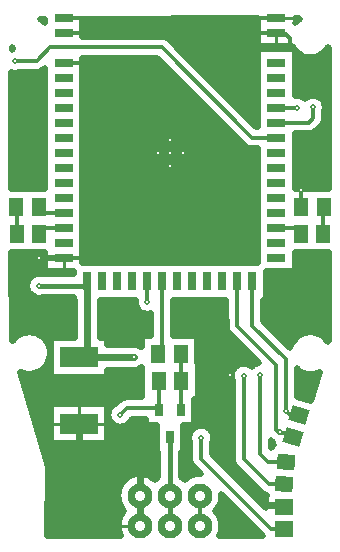
<source format=gbr>
G04 DipTrace 3.2.0.1*
G04 Âåðõíèé.gbr*
%MOMM*%
G04 #@! TF.FileFunction,Copper,L1,Top*
G04 #@! TF.Part,Single*
%AMOUTLINE3*
4,1,4,
0.52847,-0.84007,
-0.90667,-0.4037,
-0.52847,0.84007,
0.90667,0.4037,
0.52847,-0.84007,
0*%
%AMOUTLINE6*
4,1,4,
0.69643,-0.7071,
-0.7989,-0.58883,
-0.69643,0.7071,
0.7989,0.58883,
0.69643,-0.7071,
0*%
%AMOUTLINE9*
4,1,4,
0.75013,-0.64983,
-0.7499,-0.65013,
-0.75013,0.64983,
0.7499,0.65013,
0.75013,-0.64983,
0*%
%ADD15C,0.3*%
%ADD19C,0.2*%
%ADD31C,0.9*%
G04 #@! TA.AperFunction,CopperBalancing*
%ADD10C,0.25*%
G04 #@! TA.AperFunction,ViaPad*
%ADD16C,0.6*%
G04 #@! TA.AperFunction,CopperBalancing*
%ADD17C,0.5*%
G04 #@! TA.AperFunction,Conductor*
%ADD18C,0.4*%
%ADD20R,3.2X1.8*%
%ADD21R,1.3X1.5*%
%ADD23R,0.65X1.05*%
%ADD25R,0.75X1.6*%
%ADD26R,1.6X0.75*%
G04 #@! TA.AperFunction,ComponentPad*
%ADD27C,2.1*%
%ADD57OUTLINE3*%
%ADD60OUTLINE6*%
%ADD63OUTLINE9*%
%FSLAX35Y35*%
G04*
G71*
G90*
G75*
G01*
G04 Top*
%LPD*%
X-900000Y-626500D2*
D15*
X-1049977D1*
X-1107477Y-684000D1*
X-900000Y-499500D2*
X-1061493D1*
X-1111983Y-449010D1*
X-1297477Y-684000D2*
Y-449010D1*
X-1301983D1*
X900000Y-626500D2*
X1050000D1*
X1107500Y-684000D1*
X1297500D2*
Y-449000D1*
X1302000D1*
X1108917Y-312217D2*
Y-445917D1*
X1112000Y-449000D1*
X1108917Y-312217D2*
X1329763Y-91370D1*
Y658587D1*
X1174537Y813813D1*
X1108430D1*
X1016897Y905347D1*
Y976407D1*
X968803Y1024500D1*
X900000D1*
X-900000Y1151500D2*
X2277D1*
X900000D1*
X-900000Y1024500D2*
X2277D1*
X900000D1*
X2277Y1151500D2*
Y1024500D1*
X-254000Y-3150000D2*
D16*
Y-2715285D1*
X-291887Y-2677398D1*
X-530620D1*
X-767500Y-2440517D1*
Y-2286697D1*
X-900000Y-880500D2*
D15*
Y-888910D1*
D17*
X-1106547D1*
Y-884310D1*
X-900000Y-880500D2*
D15*
X-737673D1*
X-566313Y-709140D1*
Y730233D1*
X-606580Y770500D1*
X-900000D1*
X506357Y-1878090D2*
Y-2644507D1*
X832827Y-2970977D1*
X943737D1*
X963533Y-2990773D1*
X-418780Y-2210937D2*
X-363953Y-2156110D1*
X-109427D1*
X-95177Y-2170360D1*
Y-1924177D1*
X-94610Y-1923610D1*
X-698500Y-1080000D2*
D16*
Y-1322557D1*
Y-1726230D1*
X-304650D1*
Y-1725780D1*
X-1107593Y-1119303D2*
D18*
X-707320D1*
D15*
Y-1080000D1*
X-698500D1*
Y-1322557D2*
X-692600D1*
Y-1651797D1*
X-767500Y-1726697D1*
X264207Y-2405507D2*
Y-2585213D1*
X854357Y-3175363D1*
X958163D1*
X963573Y-3180773D1*
X-177Y-2400360D2*
D18*
Y-3150000D1*
X0D1*
X-189413Y-1257187D2*
D15*
Y-1081087D1*
X-190500Y-1080000D1*
X254000Y-2896000D2*
Y-3150000D1*
X95390Y-1923610D2*
Y-2169793D1*
X94823Y-2170360D1*
X92127Y-1693497D2*
Y-1920347D1*
X95390Y-1923610D1*
X698500Y-1080000D2*
Y-1458283D1*
X980800Y-1740583D1*
Y-2175827D1*
X985553Y-2180580D1*
X1019760Y-2214787D1*
X1094277D1*
X979887Y-2180580D2*
X985553D1*
X571500Y-1080000D2*
Y-1460853D1*
X899277Y-1788630D1*
Y-2338060D1*
X927713Y-2366497D1*
X1008927D1*
X1039003Y-2396573D1*
X929383Y-2360080D2*
X907363Y-2338060D1*
X899277D1*
X624897Y-1880660D2*
Y-2589183D1*
X837027Y-2801313D1*
X969700D1*
X900000Y389500D2*
X1073257D1*
Y389020D1*
X762763Y-1876577D2*
Y-2541490D1*
X829047Y-2607773D1*
X984680D1*
Y-2611900D1*
X900000Y262500D2*
X1178130D1*
X1214700Y299070D1*
Y387453D1*
X1212133Y390020D1*
X-63500Y-1080000D2*
Y-1659123D1*
X-97873Y-1693497D1*
X-1308273Y783380D2*
X-1126910D1*
X-1012537Y897753D1*
X-69533D1*
X693140Y135080D1*
X899580D1*
X900000Y135500D1*
D17*
X-1308273Y783380D3*
X1212133Y390020D3*
X1073257Y389020D3*
X1108917Y-312217D3*
X-1106547Y-884310D3*
X-1107593Y-1119303D3*
X-189413Y-1257187D3*
X-304650Y-1725780D3*
X762763Y-1876577D3*
X506357Y-1878090D3*
X624897Y-1880660D3*
X979887Y-2180580D3*
X-418780Y-2210937D3*
X929383Y-2360080D3*
X264207Y-2405507D3*
D16*
X570Y3092D3*
X-103481D3*
X112054Y5569D3*
X3048Y-108392D3*
Y117053D3*
X-738004Y1094353D2*
D17*
X738038D1*
X-738004Y1044686D2*
X738038D1*
X-738004Y995019D2*
X738038D1*
X17960Y945353D2*
X738038D1*
X67634Y895686D2*
X1037179D1*
X117309Y846019D2*
X738038D1*
X1062035D2*
X1084939D1*
X1295095D2*
X1340512D1*
X-738004Y796353D2*
X-103238D1*
X166983D2*
X738038D1*
X1062035D2*
X1340421D1*
X-738004Y746686D2*
X-53563D1*
X216658D2*
X738038D1*
X1062035D2*
X1340421D1*
X-1090191Y697019D2*
X-1062001D1*
X-738004D2*
X-3889D1*
X266332D2*
X738038D1*
X1062035D2*
X1340421D1*
X-1339384Y647353D2*
X-1062001D1*
X-738004D2*
X45785D1*
X316007D2*
X738038D1*
X1062035D2*
X1340330D1*
X-1339293Y597686D2*
X-1062001D1*
X-738004D2*
X95460D1*
X365681D2*
X738038D1*
X1062035D2*
X1340330D1*
X-1339201Y548019D2*
X-1062001D1*
X-738004D2*
X145134D1*
X415265D2*
X738038D1*
X1062035D2*
X1340330D1*
X-1339110Y498353D2*
X-1062001D1*
X-738004D2*
X194718D1*
X464939D2*
X738038D1*
X1062035D2*
X1340239D1*
X-1339019Y448686D2*
X-1062001D1*
X-738004D2*
X244392D1*
X514614D2*
X738038D1*
X1300564D2*
X1340239D1*
X-1338928Y399019D2*
X-1062001D1*
X-738004D2*
X294067D1*
X564288D2*
X738038D1*
X1318702D2*
X1340147D1*
X-1338746Y349353D2*
X-1062001D1*
X-738004D2*
X343741D1*
X613963D2*
X738038D1*
X1311684D2*
X1340147D1*
X-1338655Y299686D2*
X-1062001D1*
X-738004D2*
X393416D1*
X663637D2*
X738038D1*
X1311684D2*
X1340147D1*
X-1338563Y250019D2*
X-1062001D1*
X-738004D2*
X443090D1*
X713312D2*
X738038D1*
X1297556D2*
X1340056D1*
X-1338472Y200353D2*
X-1062001D1*
X-738004D2*
X492765D1*
X1251072D2*
X1340056D1*
X-1338381Y150686D2*
X-1062001D1*
X-738004D2*
X542439D1*
X1062035D2*
X1340056D1*
X-1338290Y101019D2*
X-1062001D1*
X-738004D2*
X592114D1*
X1062035D2*
X1339965D1*
X-1338199Y51353D2*
X-1062001D1*
X-738004D2*
X649991D1*
X1062035D2*
X1339965D1*
X-1338017Y1686D2*
X-1062001D1*
X-738004D2*
X738038D1*
X1062035D2*
X1339874D1*
X-1337925Y-47981D2*
X-1062001D1*
X-738004D2*
X738038D1*
X1062035D2*
X1339874D1*
X-1337834Y-97647D2*
X-1062001D1*
X-738004D2*
X738038D1*
X1062035D2*
X1339874D1*
X-1337743Y-147314D2*
X-1062001D1*
X-738004D2*
X738038D1*
X1062035D2*
X1339783D1*
X-1337652Y-196981D2*
X-1062001D1*
X-738004D2*
X738038D1*
X1062035D2*
X1339783D1*
X-1337561Y-246647D2*
X-1062001D1*
X-738004D2*
X738038D1*
X1062035D2*
X1339783D1*
X-1337470Y-296314D2*
X-1062001D1*
X-738004D2*
X738038D1*
X1062035D2*
X1339692D1*
X-738004Y-345981D2*
X738038D1*
X-738004Y-395647D2*
X738038D1*
X-738004Y-445314D2*
X738038D1*
X-738004Y-494981D2*
X738038D1*
X-738004Y-544647D2*
X738038D1*
X-738004Y-594314D2*
X738038D1*
X-738004Y-643981D2*
X738038D1*
X-738004Y-693647D2*
X738038D1*
X-738004Y-743314D2*
X738038D1*
X-738004Y-792981D2*
X738038D1*
X-1336285Y-842647D2*
X-1062001D1*
X-738004D2*
X738038D1*
X1062035D2*
X1339327D1*
X-1336194Y-892314D2*
X-1062001D1*
X-738004D2*
X738038D1*
X1062035D2*
X1339327D1*
X-1336103Y-941981D2*
X-1062001D1*
X1062035D2*
X1339236D1*
X-1336011Y-991647D2*
X-1062001D1*
X1062035D2*
X1339236D1*
X-1335829Y-1041314D2*
X-1178303D1*
X818038D2*
X1339236D1*
X-1335738Y-1090981D2*
X-1210569D1*
X818038D2*
X1339145D1*
X-1335647Y-1140647D2*
X-1212300D1*
X818038D2*
X1339145D1*
X-1335556Y-1190314D2*
X-1185777D1*
X818038D2*
X1339145D1*
X-1335465Y-1239981D2*
X-810530D1*
X-586519D2*
X-294918D1*
X33455D2*
X474535D1*
X795525D2*
X1339054D1*
X-1335373Y-1289647D2*
X-810530D1*
X-586519D2*
X-291090D1*
X33455D2*
X474535D1*
X795525D2*
X1339054D1*
X-1335282Y-1339314D2*
X-810530D1*
X-586519D2*
X-254905D1*
X33455D2*
X474535D1*
X795525D2*
X1338963D1*
X-1335100Y-1388981D2*
X-810530D1*
X-586519D2*
X-160478D1*
X33455D2*
X474535D1*
X795525D2*
X1338963D1*
X-1335009Y-1438647D2*
X-810530D1*
X-586519D2*
X-160478D1*
X33455D2*
X474535D1*
X813937D2*
X1338963D1*
X-1334918Y-1488314D2*
X-810530D1*
X-586519D2*
X-160478D1*
X33455D2*
X478728D1*
X863611D2*
X1338871D1*
X-1334826Y-1537981D2*
X-1282392D1*
X-1097665D2*
X-810530D1*
X-586519D2*
X-160478D1*
X33455D2*
X513546D1*
X913285D2*
X1097608D1*
X1282335D2*
X1338871D1*
X-1042613Y-1587647D2*
X-1009501D1*
X-525543D2*
X-244879D1*
X239171D2*
X563220D1*
X962960D2*
X1042647D1*
X239171Y-1637314D2*
X612895D1*
X239171Y-1686981D2*
X662478D1*
X239171Y-1736647D2*
X712153D1*
X-1038511Y-1786314D2*
X-1009501D1*
X242361D2*
X581176D1*
X668650D2*
X710239D1*
X-1087912Y-1835981D2*
X-1009501D1*
X-525543D2*
X-244879D1*
X242361D2*
X528220D1*
X-1251701Y-1885647D2*
X-1009501D1*
X-525543D2*
X-241597D1*
X242361D2*
X518012D1*
X1077804D2*
X1251554D1*
X-1237209Y-1935314D2*
X-241597D1*
X242361D2*
X527856D1*
X1077804D2*
X1237153D1*
X-1222717Y-1984981D2*
X-241597D1*
X242361D2*
X527856D1*
X1077804D2*
X1222752D1*
X-1208225Y-2034647D2*
X-241597D1*
X242361D2*
X527856D1*
X1077804D2*
X1208351D1*
X-1193733Y-2084314D2*
X-426441D1*
X209366D2*
X527856D1*
X1158285D2*
X1193950D1*
X-1179332Y-2133981D2*
X-1009501D1*
X-525543D2*
X-490699D1*
X209366D2*
X527856D1*
X-1164931Y-2183647D2*
X-1009501D1*
X209366D2*
X527856D1*
X-1150621Y-2233314D2*
X-1009501D1*
X209366D2*
X527856D1*
X-1136220Y-2282981D2*
X-1009501D1*
X-525543D2*
X-495985D1*
X-341610D2*
X-209696D1*
X209366D2*
X527856D1*
X-1121910Y-2332647D2*
X-1009501D1*
X-525543D2*
X-114631D1*
X114301D2*
X187791D1*
X340616D2*
X527856D1*
X-1107509Y-2382314D2*
X-1009501D1*
X-525543D2*
X-114631D1*
X114301D2*
X159900D1*
X368507D2*
X527856D1*
X-1093199Y-2431981D2*
X-1009501D1*
X-525543D2*
X-114631D1*
X114301D2*
X160720D1*
X367687D2*
X527856D1*
X-1078798Y-2481647D2*
X-114631D1*
X114301D2*
X167192D1*
X361215D2*
X527856D1*
X-1064397Y-2531314D2*
X-102144D1*
X101814D2*
X167192D1*
X361215D2*
X527856D1*
X-1050087Y-2580981D2*
X-102144D1*
X101814D2*
X167192D1*
X395121D2*
X527856D1*
X-1035686Y-2630647D2*
X-102144D1*
X101814D2*
X179223D1*
X444705D2*
X537791D1*
X-1030399Y-2680314D2*
X-102144D1*
X101814D2*
X224158D1*
X494379D2*
X580903D1*
X-1030764Y-2729981D2*
X-333563D1*
X-174449D2*
X-102144D1*
X101814D2*
X174392D1*
X544054D2*
X630577D1*
X-1031220Y-2779647D2*
X-398915D1*
X593728D2*
X680252D1*
X-1031584Y-2829314D2*
X-428355D1*
X643403D2*
X729926D1*
X-1032040Y-2878981D2*
X-440204D1*
X693077D2*
X782700D1*
X-1032405Y-2928647D2*
X-438017D1*
X438051D2*
X472530D1*
X742752D2*
X806489D1*
X-1032860Y-2978314D2*
X-421337D1*
X421280D2*
X522205D1*
X-1033316Y-3027981D2*
X-393993D1*
X394028D2*
X571879D1*
X-1033681Y-3077647D2*
X-425985D1*
X426020D2*
X621554D1*
X-1034136Y-3127314D2*
X-439566D1*
X439601D2*
X671228D1*
X-1034501Y-3176981D2*
X-439019D1*
X438963D2*
X720903D1*
X-1034957Y-3226647D2*
X-424071D1*
X424106D2*
X770577D1*
X-1328951Y883267D2*
X-1338929Y897539D1*
X-1339793Y880388D1*
X-1329047Y883166D1*
X-1096555Y1138271D2*
X-1076130Y1123325D1*
X-1057004Y1104225D1*
X-1057000Y1138393D1*
X-1096451Y1138293D1*
X-1015207Y-1703756D2*
X-1019511Y-1730931D1*
X-1028013Y-1757097D1*
X-1040504Y-1781611D1*
X-1056675Y-1803870D1*
X-1076130Y-1823325D1*
X-1098389Y-1839496D1*
X-1122903Y-1851987D1*
X-1149069Y-1860489D1*
X-1176244Y-1864793D1*
X-1203756D1*
X-1230931Y-1860489D1*
X-1257097Y-1851987D1*
X-1267988Y-1846966D1*
X-1092903Y-2450153D1*
X-1035199Y-2651758D1*
X-1040004Y-3234572D1*
X-414668Y-3235638D1*
X-423528Y-3216215D1*
X-429416Y-3198510D1*
X-433461Y-3180295D1*
X-435620Y-3161762D1*
X-435869Y-3143105D1*
X-434208Y-3124521D1*
X-430652Y-3106204D1*
X-425240Y-3088348D1*
X-418027Y-3071139D1*
X-409091Y-3054760D1*
X-398525Y-3039382D1*
X-384349Y-3023004D1*
X-401241Y-3002977D1*
X-416163Y-2978626D1*
X-427092Y-2952241D1*
X-433759Y-2924471D1*
X-436000Y-2896000D1*
X-433759Y-2867529D1*
X-427092Y-2839759D1*
X-416163Y-2813374D1*
X-401241Y-2789023D1*
X-382693Y-2767307D1*
X-360977Y-2748759D1*
X-336626Y-2733837D1*
X-310241Y-2722908D1*
X-282471Y-2716241D1*
X-254000Y-2714000D1*
X-225529Y-2716241D1*
X-197759Y-2722908D1*
X-171374Y-2733837D1*
X-147023Y-2748759D1*
X-127069Y-2765677D1*
X-106977Y-2748759D1*
X-97183Y-2742215D1*
X-97177Y-2529935D1*
X-109676Y-2529860D1*
Y-2299899D1*
X-204677Y-2299860D1*
Y-2248180D1*
X-323711Y-2248110D1*
X-331811Y-2264232D1*
X-341219Y-2277180D1*
X-352536Y-2288498D1*
X-365485Y-2297906D1*
X-379746Y-2305172D1*
X-394969Y-2310118D1*
X-410777Y-2312622D1*
X-426783D1*
X-442591Y-2310118D1*
X-457814Y-2305172D1*
X-472075Y-2297906D1*
X-485024Y-2288498D1*
X-496341Y-2277180D1*
X-505749Y-2264232D1*
X-513016Y-2249970D1*
X-517962Y-2234748D1*
X-520466Y-2218939D1*
Y-2202934D1*
X-517962Y-2187125D1*
X-513016Y-2171903D1*
X-505749Y-2157642D1*
X-496341Y-2144693D1*
X-485024Y-2133375D1*
X-472075Y-2123967D1*
X-457814Y-2116701D1*
X-452795Y-2114849D1*
X-423703Y-2086153D1*
X-412023Y-2077667D1*
X-399160Y-2071113D1*
X-385430Y-2066652D1*
X-371172Y-2064393D1*
X-236623Y-2064110D1*
X-236609Y-1845467D1*
X-239873Y-1845497D1*
Y-1811318D1*
X-248743Y-1817463D1*
X-263703Y-1825085D1*
X-279671Y-1830274D1*
X-296255Y-1832900D1*
X-397983Y-1833230D1*
X-530418D1*
X-530500Y-1893697D1*
X-1004500D1*
Y-1559697D1*
X-805528D1*
X-805500Y-1236971D1*
X-812999Y-1237001D1*
Y-1216311D1*
X-1076074D1*
X-1091637Y-1220048D1*
X-1107593Y-1221303D1*
X-1123550Y-1220048D1*
X-1139113Y-1216311D1*
X-1153900Y-1210186D1*
X-1167547Y-1201823D1*
X-1179718Y-1191428D1*
X-1190113Y-1179257D1*
X-1198476Y-1165610D1*
X-1204601Y-1150823D1*
X-1208338Y-1135260D1*
X-1209593Y-1119303D1*
X-1208338Y-1103347D1*
X-1204601Y-1087784D1*
X-1198476Y-1072996D1*
X-1190113Y-1059349D1*
X-1179718Y-1047178D1*
X-1167547Y-1036784D1*
X-1153900Y-1028421D1*
X-1139113Y-1022296D1*
X-1123550Y-1018559D1*
X-1107593Y-1017303D1*
X-1091637Y-1018559D1*
X-1076044Y-1022306D1*
X-812919Y-1022303D1*
X-813000Y-995000D1*
X-1057000D1*
Y-835987D1*
X-1341323Y-836000D1*
X-1339724Y-1583849D1*
X-1331848Y-1586942D1*
X-1313979Y-1566021D1*
X-1293058Y-1548152D1*
X-1269600Y-1533777D1*
X-1244181Y-1523248D1*
X-1217428Y-1516825D1*
X-1190000Y-1514667D1*
X-1162572Y-1516825D1*
X-1135819Y-1523248D1*
X-1110400Y-1533777D1*
X-1086942Y-1548152D1*
X-1066021Y-1566021D1*
X-1048152Y-1586942D1*
X-1033777Y-1610400D1*
X-1023248Y-1635819D1*
X-1016825Y-1662572D1*
X-1014667Y-1690000D1*
X-1015207Y-1703756D1*
X1267793Y-1847056D2*
X1244181Y-1856752D1*
X1217428Y-1863175D1*
X1190000Y-1865333D1*
X1162572Y-1863175D1*
X1135819Y-1856752D1*
X1110400Y-1846223D1*
X1086942Y-1831848D1*
X1072773Y-1820222D1*
X1072800Y-2059867D1*
X1195246Y-2097068D1*
X1267716Y-1847237D1*
X1019501Y-1649122D2*
X1028013Y-1622903D1*
X1040504Y-1598389D1*
X1056675Y-1576130D1*
X1076130Y-1556675D1*
X1098389Y-1540504D1*
X1122903Y-1528013D1*
X1149069Y-1519511D1*
X1176244Y-1515207D1*
X1203756D1*
X1230931Y-1519511D1*
X1257097Y-1528013D1*
X1281611Y-1540504D1*
X1303870Y-1556675D1*
X1323325Y-1576130D1*
X1339496Y-1598389D1*
X1343861Y-1541828D1*
X1344342Y-836086D1*
X1057092Y-836000D1*
X1057000Y-995000D1*
X813003D1*
X813000Y-1237000D1*
X790487D1*
X790500Y-1420247D1*
X1019484Y-1649160D1*
X204323Y-2075587D2*
Y-2299860D1*
X109258D1*
X109324Y-2529860D1*
X96837D1*
X96823Y-2741883D1*
X118200Y-2757606D1*
X126931Y-2765677D1*
X147023Y-2748759D1*
X171374Y-2733837D1*
X197759Y-2722908D1*
X225529Y-2716241D1*
X254000Y-2714000D1*
X263204Y-2714362D1*
X194249Y-2644963D1*
X185763Y-2633283D1*
X179209Y-2620420D1*
X174748Y-2606690D1*
X172490Y-2592432D1*
X172206Y-2449497D1*
X167199Y-2437026D1*
X163462Y-2421463D1*
X162207Y-2405507D1*
X163462Y-2389550D1*
X167199Y-2373987D1*
X173324Y-2359200D1*
X181687Y-2345553D1*
X192082Y-2333382D1*
X204253Y-2322987D1*
X217900Y-2314624D1*
X232687Y-2308499D1*
X248250Y-2304762D1*
X264207Y-2303507D1*
X280163Y-2304762D1*
X295726Y-2308499D1*
X310514Y-2314624D1*
X324161Y-2322987D1*
X336332Y-2333382D1*
X346726Y-2345553D1*
X355089Y-2359200D1*
X361214Y-2373987D1*
X364951Y-2389550D1*
X366207Y-2405507D1*
X364951Y-2421463D1*
X361214Y-2437026D1*
X356203Y-2449399D1*
X356207Y-2547056D1*
X811539Y-3002437D1*
X811684Y-2920761D1*
X813860Y-2906950D1*
X818505Y-2893745D1*
X815550Y-2890771D1*
X801820Y-2886310D1*
X788957Y-2879756D1*
X777277Y-2871271D1*
X689477Y-2783871D1*
X554939Y-2648933D1*
X546454Y-2637253D1*
X539900Y-2624390D1*
X535439Y-2610660D1*
X533180Y-2596402D1*
X532897Y-2472517D1*
Y-1924639D1*
X527889Y-1912180D1*
X524152Y-1896616D1*
X522897Y-1880660D1*
X524152Y-1864704D1*
X527889Y-1849140D1*
X534014Y-1834353D1*
X542377Y-1820706D1*
X552772Y-1808535D1*
X564943Y-1798140D1*
X578590Y-1789777D1*
X593377Y-1783652D1*
X608940Y-1779916D1*
X624897Y-1778660D1*
X640853Y-1779916D1*
X656416Y-1783652D1*
X671204Y-1789777D1*
X684851Y-1798140D1*
X691577Y-1803502D1*
X702809Y-1794057D1*
X716456Y-1785694D1*
X731244Y-1779569D1*
X746807Y-1775832D1*
X755417Y-1774865D1*
X501542Y-1520603D1*
X493057Y-1508923D1*
X486503Y-1496060D1*
X482042Y-1482330D1*
X479783Y-1468072D1*
X479500Y-1344187D1*
Y-1237090D1*
X330000Y-1236909D1*
X28430Y-1237001D1*
X28500Y-1541471D1*
X234127Y-1541497D1*
Y-1771640D1*
X237391Y-1771611D1*
Y-2075611D1*
X204305D1*
X-1342355Y-297010D2*
X-1057017D1*
X-1056908Y-4000D1*
X-1056999Y376999D1*
Y723231D1*
X-1067161Y713422D1*
X-1078840Y704937D1*
X-1091703Y698383D1*
X-1105433Y693922D1*
X-1119692Y691663D1*
X-1243577Y691380D1*
X-1264267D1*
X-1276754Y686372D1*
X-1292317Y682636D1*
X-1308273Y681380D1*
X-1324230Y682636D1*
X-1339793Y686372D1*
X-1344460Y688094D1*
X-1342423Y-296937D1*
X-591518Y-1559697D2*
X-530500D1*
Y-1619215D1*
X-296255Y-1619560D1*
X-279671Y-1622186D1*
X-263703Y-1627375D1*
X-248743Y-1634997D1*
X-241731Y-1639685D1*
X-239873Y-1635497D1*
Y-1541497D1*
X-155563D1*
X-155500Y-1353329D1*
X-173457Y-1357931D1*
X-189413Y-1359187D1*
X-205370Y-1357931D1*
X-220933Y-1354194D1*
X-235720Y-1348069D1*
X-249367Y-1339706D1*
X-261538Y-1329312D1*
X-271933Y-1317141D1*
X-280296Y-1303494D1*
X-286421Y-1288706D1*
X-290158Y-1273143D1*
X-291413Y-1257187D1*
X-290158Y-1241230D1*
X-289321Y-1237027D1*
X-591564Y-1237001D1*
X-591500Y-1559627D1*
X-999833Y-2119697D2*
X-530499D1*
Y-2453697D1*
X-1004499D1*
Y-2119697D1*
X-999833D1*
X877780Y-2467775D2*
X873818Y-2456336D1*
X871701Y-2444416D1*
X857258Y-2432205D1*
X854774Y-2429517D1*
X854764Y-2493361D1*
X865052Y-2482619D1*
X874850Y-2475509D1*
X-154666Y-923001D2*
X559000Y-923000D1*
X743050D1*
X743091Y-385000D1*
X743000Y-4000D1*
Y43023D1*
X685922Y43364D1*
X671663Y45622D1*
X657933Y50083D1*
X645070Y56637D1*
X633391Y65123D1*
X545590Y152522D1*
X-107609Y805721D1*
X-742999Y805666D1*
Y147999D1*
X-743091Y-233000D1*
X-743000Y-614000D1*
X-742999Y-923001D1*
X-154666D1*
X1057000Y656007D2*
X1057300Y489764D1*
X1073257Y491020D1*
X1089213Y489764D1*
X1104776Y486028D1*
X1119564Y479903D1*
X1133211Y471540D1*
X1142191Y464162D1*
X1152179Y472540D1*
X1165826Y480903D1*
X1180614Y487028D1*
X1196177Y490764D1*
X1212133Y492020D1*
X1228090Y490764D1*
X1243653Y487028D1*
X1258440Y480903D1*
X1272087Y472540D1*
X1284258Y462145D1*
X1294653Y449974D1*
X1303016Y436327D1*
X1309141Y421540D1*
X1312878Y405976D1*
X1314133Y390020D1*
X1312878Y374064D1*
X1309141Y358500D1*
X1306705Y351896D1*
X1306417Y291852D1*
X1304158Y277593D1*
X1299697Y263863D1*
X1293143Y251000D1*
X1284658Y239321D1*
X1243184Y197446D1*
X1232206Y188070D1*
X1219897Y180527D1*
X1206560Y175003D1*
X1192522Y171632D1*
X1178102Y170501D1*
X1056997Y170500D1*
X1057000Y-233000D1*
X1057008Y-297000D1*
X1344753D1*
X1345519Y889986D1*
X1339496Y898389D1*
X1323325Y876130D1*
X1303870Y856675D1*
X1281611Y840504D1*
X1257097Y828013D1*
X1230931Y819511D1*
X1203756Y815207D1*
X1176244D1*
X1149069Y819511D1*
X1122903Y828013D1*
X1098389Y840504D1*
X1076130Y856675D1*
X1057004Y875775D1*
X1046334Y885000D1*
X1049625D1*
X1040504Y898389D1*
X1033667Y909999D1*
X743001D1*
Y1143075D1*
X-743074Y1139215D1*
X-743000Y989757D1*
X-62315Y989470D1*
X-48056Y987211D1*
X-34326Y982750D1*
X-21463Y976196D1*
X-9784Y967711D1*
X78016Y880311D1*
X731215Y227112D1*
X742997Y227080D1*
X743000Y631000D1*
Y885000D1*
X1046334D1*
X1057000Y875794D1*
X1056909Y656000D1*
X435439Y-3164280D2*
X430971Y-3192487D1*
X422146Y-3219648D1*
X413736Y-3236961D1*
X786451Y-3237547D1*
X435795Y-2886910D1*
X435439Y-2910280D1*
X430971Y-2938487D1*
X422146Y-2965648D1*
X409181Y-2991095D1*
X392394Y-3014200D1*
X384323Y-3022931D1*
X401241Y-3043023D1*
X416163Y-3067374D1*
X427092Y-3093759D1*
X433759Y-3121529D1*
X436000Y-3150000D1*
X435439Y-3164280D1*
X1343831Y-1584940D2*
X1343861Y-1541828D1*
X1094056Y1144009D2*
X1057051Y1143912D1*
X1057001Y1139999D1*
X1101814Y1141414D1*
X1086942Y1131848D1*
X1066021Y1113979D1*
X1057004Y1104225D1*
X1112000Y-297091D2*
D10*
Y-449000D1*
X-767500Y-2119788D2*
Y-2453606D1*
X-1004408Y-2286697D2*
X-530591D1*
X811538Y-2990773D2*
X963533D1*
X-900000Y-880500D2*
Y-994909D1*
X-1056909Y-880500D2*
X-743091D1*
X-900000Y770500D2*
X-743090D1*
X-900000Y1024500D2*
X-743091D1*
X-900000Y1151500D2*
X-743091D1*
X900000Y1024500D2*
Y910091D1*
X743092Y1024500D2*
X900000D1*
X743092Y1151500D2*
X1056909D1*
X-435909Y-3150000D2*
X-254000D1*
D20*
X-767500Y-1726697D3*
Y-2286697D3*
D21*
X1112000Y-449000D3*
X1302000D3*
D23*
X94823Y-2170360D3*
X-95177D3*
X-177Y-2400360D3*
D21*
X-1301983Y-449010D3*
X-1111983D3*
X-1297477Y-684000D3*
X-1107477D3*
X1297500D3*
X1107500D3*
X-97873Y-1693497D3*
X92127D3*
X-94610Y-1923610D3*
X95390D3*
D57*
X1039003Y-2396573D3*
X1094277Y-2214787D3*
D60*
X969700Y-2801313D3*
X984680Y-2611900D3*
D63*
X963573Y-3180773D3*
X963533Y-2990773D3*
D25*
X-63500Y-1080000D3*
X63500D3*
X-190500D3*
X-317500D3*
X-444500D3*
X-571500D3*
X-698500D3*
X190500D3*
X317500D3*
X444500D3*
X571500D3*
X698500D3*
D26*
X-900000Y-880500D3*
Y-753500D3*
X900000Y-880500D3*
X-900000Y-626500D3*
Y-499500D3*
Y-372500D3*
Y-245500D3*
Y-118500D3*
Y8500D3*
Y135500D3*
Y262500D3*
Y389500D3*
Y516500D3*
Y643500D3*
Y770500D3*
X900000Y-753500D3*
Y-626500D3*
Y-499500D3*
Y-372500D3*
Y-245500D3*
Y-118500D3*
Y8500D3*
Y135500D3*
Y262500D3*
Y389500D3*
Y516500D3*
Y643500D3*
Y770500D3*
X-900000Y1024500D3*
Y1151500D3*
X900000Y1024500D3*
Y1151500D3*
D27*
X-254000Y-3150000D3*
X0D3*
X254000D3*
X-254000Y-2896000D3*
X0D3*
X254000D3*
G04 Top Clear*
%LPC*%
D19*
X-1308273Y783380D3*
X1212133Y390020D3*
X1073257Y389020D3*
X1108917Y-312217D3*
X-1106547Y-884310D3*
X-1107593Y-1119303D3*
X-189413Y-1257187D3*
X-304650Y-1725780D3*
X762763Y-1876577D3*
X506357Y-1878090D3*
X624897Y-1880660D3*
X979887Y-2180580D3*
X-418780Y-2210937D3*
X929383Y-2360080D3*
X264207Y-2405507D3*
D15*
X570Y3092D3*
X-103481D3*
X112054Y5569D3*
X3048Y-108392D3*
Y117053D3*
D31*
X-254000Y-3150000D3*
X0D3*
X254000D3*
X-254000Y-2896000D3*
X0D3*
X254000D3*
M02*

</source>
